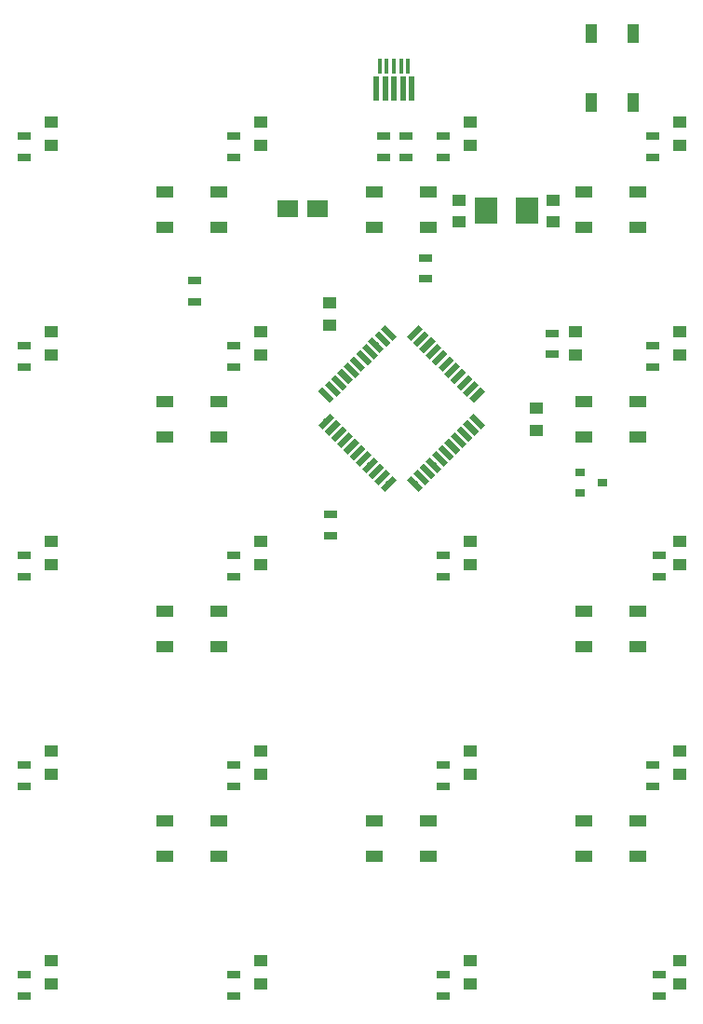
<source format=gbr>
G04 #@! TF.GenerationSoftware,KiCad,Pcbnew,(5.1.2)-1*
G04 #@! TF.CreationDate,2019-05-27T14:02:07+07:00*
G04 #@! TF.ProjectId,numpad,6e756d70-6164-42e6-9b69-6361645f7063,rev?*
G04 #@! TF.SameCoordinates,Original*
G04 #@! TF.FileFunction,Paste,Bot*
G04 #@! TF.FilePolarity,Positive*
%FSLAX46Y46*%
G04 Gerber Fmt 4.6, Leading zero omitted, Abs format (unit mm)*
G04 Created by KiCad (PCBNEW (5.1.2)-1) date 2019-05-27 14:02:07*
%MOMM*%
%LPD*%
G04 APERTURE LIST*
%ADD10R,1.950000X1.500000*%
%ADD11R,1.200000X1.000000*%
%ADD12R,0.500000X2.300000*%
%ADD13R,1.300000X0.700000*%
%ADD14C,0.550000*%
%ADD15C,0.100000*%
%ADD16R,0.400000X1.350000*%
%ADD17R,1.000000X1.700000*%
%ADD18R,1.250000X1.000000*%
%ADD19R,1.500000X1.000000*%
%ADD20R,2.000000X2.400000*%
%ADD21R,0.900000X0.800000*%
G04 APERTURE END LIST*
D10*
X65480766Y-36166373D03*
X62730766Y-36166373D03*
D11*
X41238146Y-28319333D03*
X41238146Y-30419333D03*
X41238146Y-49469333D03*
X41238146Y-47369333D03*
X41238146Y-66419333D03*
X41238146Y-68519333D03*
X41238146Y-85469333D03*
X41238146Y-87569333D03*
X41238146Y-106619333D03*
X41238146Y-104519333D03*
X60288146Y-30419333D03*
X60288146Y-28319333D03*
X60288146Y-49469333D03*
X60288146Y-47369333D03*
X60288146Y-68519333D03*
X60288146Y-66419333D03*
X60288146Y-85469333D03*
X60288146Y-87569333D03*
X60288146Y-106619333D03*
X60288146Y-104519333D03*
X79338146Y-30419333D03*
X79338146Y-28319333D03*
X88863146Y-47369333D03*
X88863146Y-49469333D03*
X79338146Y-66419333D03*
X79338146Y-68519333D03*
X79338146Y-85469333D03*
X79338146Y-87569333D03*
X79338146Y-106619333D03*
X79338146Y-104519333D03*
X98388146Y-28319333D03*
X98388146Y-30419333D03*
X98388146Y-49469333D03*
X98388146Y-47369333D03*
X98388146Y-66419333D03*
X98388146Y-68519333D03*
X98388146Y-85469333D03*
X98388146Y-87569333D03*
X98388146Y-106619333D03*
X98388146Y-104519333D03*
D12*
X74006326Y-25250433D03*
X73206326Y-25250433D03*
X72406326Y-25250433D03*
X71606326Y-25250433D03*
X70806326Y-25250433D03*
D13*
X38748146Y-31469333D03*
X38748146Y-29569333D03*
X38748146Y-50519333D03*
X38748146Y-48619333D03*
X38748146Y-69569333D03*
X38748146Y-67669333D03*
X38748146Y-86719333D03*
X38748146Y-88619333D03*
X38748146Y-105769333D03*
X38748146Y-107669333D03*
X57798146Y-29569333D03*
X57798146Y-31469333D03*
X57798146Y-48619333D03*
X57798146Y-50519333D03*
X57798146Y-67669333D03*
X57798146Y-69569333D03*
X57798146Y-88619333D03*
X57798146Y-86719333D03*
X57798146Y-107669333D03*
X57798146Y-105769333D03*
X76848146Y-31469333D03*
X76848146Y-29569333D03*
X76848146Y-69569333D03*
X76848146Y-67669333D03*
X76848146Y-86719333D03*
X76848146Y-88619333D03*
X76848146Y-105769333D03*
X76848146Y-107669333D03*
X95898146Y-29569333D03*
X95898146Y-31469333D03*
X95898146Y-48619333D03*
X95898146Y-50519333D03*
X96500000Y-69569333D03*
X96500000Y-67669333D03*
X95898146Y-88619333D03*
X95898146Y-86719333D03*
X96500000Y-105769333D03*
X96500000Y-107669333D03*
D14*
X66247390Y-53078351D03*
D15*
G36*
X65522606Y-52742475D02*
G01*
X65911514Y-52353567D01*
X66972174Y-53414227D01*
X66583266Y-53803135D01*
X65522606Y-52742475D01*
X65522606Y-52742475D01*
G37*
D14*
X66813076Y-52512666D03*
D15*
G36*
X66088292Y-52176790D02*
G01*
X66477200Y-51787882D01*
X67537860Y-52848542D01*
X67148952Y-53237450D01*
X66088292Y-52176790D01*
X66088292Y-52176790D01*
G37*
D14*
X67378761Y-51946981D03*
D15*
G36*
X66653977Y-51611105D02*
G01*
X67042885Y-51222197D01*
X68103545Y-52282857D01*
X67714637Y-52671765D01*
X66653977Y-51611105D01*
X66653977Y-51611105D01*
G37*
D14*
X67944446Y-51381295D03*
D15*
G36*
X67219662Y-51045419D02*
G01*
X67608570Y-50656511D01*
X68669230Y-51717171D01*
X68280322Y-52106079D01*
X67219662Y-51045419D01*
X67219662Y-51045419D01*
G37*
D14*
X68510132Y-50815610D03*
D15*
G36*
X67785348Y-50479734D02*
G01*
X68174256Y-50090826D01*
X69234916Y-51151486D01*
X68846008Y-51540394D01*
X67785348Y-50479734D01*
X67785348Y-50479734D01*
G37*
D14*
X69075817Y-50249924D03*
D15*
G36*
X68351033Y-49914048D02*
G01*
X68739941Y-49525140D01*
X69800601Y-50585800D01*
X69411693Y-50974708D01*
X68351033Y-49914048D01*
X68351033Y-49914048D01*
G37*
D14*
X69641503Y-49684239D03*
D15*
G36*
X68916719Y-49348363D02*
G01*
X69305627Y-48959455D01*
X70366287Y-50020115D01*
X69977379Y-50409023D01*
X68916719Y-49348363D01*
X68916719Y-49348363D01*
G37*
D14*
X70207188Y-49118553D03*
D15*
G36*
X69482404Y-48782677D02*
G01*
X69871312Y-48393769D01*
X70931972Y-49454429D01*
X70543064Y-49843337D01*
X69482404Y-48782677D01*
X69482404Y-48782677D01*
G37*
D14*
X70772874Y-48552868D03*
D15*
G36*
X70048090Y-48216992D02*
G01*
X70436998Y-47828084D01*
X71497658Y-48888744D01*
X71108750Y-49277652D01*
X70048090Y-48216992D01*
X70048090Y-48216992D01*
G37*
D14*
X71338559Y-47987183D03*
D15*
G36*
X70613775Y-47651307D02*
G01*
X71002683Y-47262399D01*
X72063343Y-48323059D01*
X71674435Y-48711967D01*
X70613775Y-47651307D01*
X70613775Y-47651307D01*
G37*
D14*
X71904244Y-47421497D03*
D15*
G36*
X71179460Y-47085621D02*
G01*
X71568368Y-46696713D01*
X72629028Y-47757373D01*
X72240120Y-48146281D01*
X71179460Y-47085621D01*
X71179460Y-47085621D01*
G37*
D14*
X74308408Y-47421497D03*
D15*
G36*
X74644284Y-46696713D02*
G01*
X75033192Y-47085621D01*
X73972532Y-48146281D01*
X73583624Y-47757373D01*
X74644284Y-46696713D01*
X74644284Y-46696713D01*
G37*
D14*
X74874093Y-47987183D03*
D15*
G36*
X75209969Y-47262399D02*
G01*
X75598877Y-47651307D01*
X74538217Y-48711967D01*
X74149309Y-48323059D01*
X75209969Y-47262399D01*
X75209969Y-47262399D01*
G37*
D14*
X75439778Y-48552868D03*
D15*
G36*
X75775654Y-47828084D02*
G01*
X76164562Y-48216992D01*
X75103902Y-49277652D01*
X74714994Y-48888744D01*
X75775654Y-47828084D01*
X75775654Y-47828084D01*
G37*
D14*
X76005464Y-49118553D03*
D15*
G36*
X76341340Y-48393769D02*
G01*
X76730248Y-48782677D01*
X75669588Y-49843337D01*
X75280680Y-49454429D01*
X76341340Y-48393769D01*
X76341340Y-48393769D01*
G37*
D14*
X76571149Y-49684239D03*
D15*
G36*
X76907025Y-48959455D02*
G01*
X77295933Y-49348363D01*
X76235273Y-50409023D01*
X75846365Y-50020115D01*
X76907025Y-48959455D01*
X76907025Y-48959455D01*
G37*
D14*
X77136835Y-50249924D03*
D15*
G36*
X77472711Y-49525140D02*
G01*
X77861619Y-49914048D01*
X76800959Y-50974708D01*
X76412051Y-50585800D01*
X77472711Y-49525140D01*
X77472711Y-49525140D01*
G37*
D14*
X77702520Y-50815610D03*
D15*
G36*
X78038396Y-50090826D02*
G01*
X78427304Y-50479734D01*
X77366644Y-51540394D01*
X76977736Y-51151486D01*
X78038396Y-50090826D01*
X78038396Y-50090826D01*
G37*
D14*
X78268206Y-51381295D03*
D15*
G36*
X78604082Y-50656511D02*
G01*
X78992990Y-51045419D01*
X77932330Y-52106079D01*
X77543422Y-51717171D01*
X78604082Y-50656511D01*
X78604082Y-50656511D01*
G37*
D14*
X78833891Y-51946981D03*
D15*
G36*
X79169767Y-51222197D02*
G01*
X79558675Y-51611105D01*
X78498015Y-52671765D01*
X78109107Y-52282857D01*
X79169767Y-51222197D01*
X79169767Y-51222197D01*
G37*
D14*
X79399576Y-52512666D03*
D15*
G36*
X79735452Y-51787882D02*
G01*
X80124360Y-52176790D01*
X79063700Y-53237450D01*
X78674792Y-52848542D01*
X79735452Y-51787882D01*
X79735452Y-51787882D01*
G37*
D14*
X79965262Y-53078351D03*
D15*
G36*
X80301138Y-52353567D02*
G01*
X80690046Y-52742475D01*
X79629386Y-53803135D01*
X79240478Y-53414227D01*
X80301138Y-52353567D01*
X80301138Y-52353567D01*
G37*
D14*
X79965262Y-55482515D03*
D15*
G36*
X79240478Y-55146639D02*
G01*
X79629386Y-54757731D01*
X80690046Y-55818391D01*
X80301138Y-56207299D01*
X79240478Y-55146639D01*
X79240478Y-55146639D01*
G37*
D14*
X79399576Y-56048200D03*
D15*
G36*
X78674792Y-55712324D02*
G01*
X79063700Y-55323416D01*
X80124360Y-56384076D01*
X79735452Y-56772984D01*
X78674792Y-55712324D01*
X78674792Y-55712324D01*
G37*
D14*
X78833891Y-56613885D03*
D15*
G36*
X78109107Y-56278009D02*
G01*
X78498015Y-55889101D01*
X79558675Y-56949761D01*
X79169767Y-57338669D01*
X78109107Y-56278009D01*
X78109107Y-56278009D01*
G37*
D14*
X78268206Y-57179571D03*
D15*
G36*
X77543422Y-56843695D02*
G01*
X77932330Y-56454787D01*
X78992990Y-57515447D01*
X78604082Y-57904355D01*
X77543422Y-56843695D01*
X77543422Y-56843695D01*
G37*
D14*
X77702520Y-57745256D03*
D15*
G36*
X76977736Y-57409380D02*
G01*
X77366644Y-57020472D01*
X78427304Y-58081132D01*
X78038396Y-58470040D01*
X76977736Y-57409380D01*
X76977736Y-57409380D01*
G37*
D14*
X77136835Y-58310942D03*
D15*
G36*
X76412051Y-57975066D02*
G01*
X76800959Y-57586158D01*
X77861619Y-58646818D01*
X77472711Y-59035726D01*
X76412051Y-57975066D01*
X76412051Y-57975066D01*
G37*
D14*
X76571149Y-58876627D03*
D15*
G36*
X75846365Y-58540751D02*
G01*
X76235273Y-58151843D01*
X77295933Y-59212503D01*
X76907025Y-59601411D01*
X75846365Y-58540751D01*
X75846365Y-58540751D01*
G37*
D14*
X76005464Y-59442313D03*
D15*
G36*
X75280680Y-59106437D02*
G01*
X75669588Y-58717529D01*
X76730248Y-59778189D01*
X76341340Y-60167097D01*
X75280680Y-59106437D01*
X75280680Y-59106437D01*
G37*
D14*
X75439778Y-60007998D03*
D15*
G36*
X74714994Y-59672122D02*
G01*
X75103902Y-59283214D01*
X76164562Y-60343874D01*
X75775654Y-60732782D01*
X74714994Y-59672122D01*
X74714994Y-59672122D01*
G37*
D14*
X74874093Y-60573683D03*
D15*
G36*
X74149309Y-60237807D02*
G01*
X74538217Y-59848899D01*
X75598877Y-60909559D01*
X75209969Y-61298467D01*
X74149309Y-60237807D01*
X74149309Y-60237807D01*
G37*
D14*
X74308408Y-61139369D03*
D15*
G36*
X73583624Y-60803493D02*
G01*
X73972532Y-60414585D01*
X75033192Y-61475245D01*
X74644284Y-61864153D01*
X73583624Y-60803493D01*
X73583624Y-60803493D01*
G37*
D14*
X71904244Y-61139369D03*
D15*
G36*
X72240120Y-60414585D02*
G01*
X72629028Y-60803493D01*
X71568368Y-61864153D01*
X71179460Y-61475245D01*
X72240120Y-60414585D01*
X72240120Y-60414585D01*
G37*
D14*
X71338559Y-60573683D03*
D15*
G36*
X71674435Y-59848899D02*
G01*
X72063343Y-60237807D01*
X71002683Y-61298467D01*
X70613775Y-60909559D01*
X71674435Y-59848899D01*
X71674435Y-59848899D01*
G37*
D14*
X70772874Y-60007998D03*
D15*
G36*
X71108750Y-59283214D02*
G01*
X71497658Y-59672122D01*
X70436998Y-60732782D01*
X70048090Y-60343874D01*
X71108750Y-59283214D01*
X71108750Y-59283214D01*
G37*
D14*
X70207188Y-59442313D03*
D15*
G36*
X70543064Y-58717529D02*
G01*
X70931972Y-59106437D01*
X69871312Y-60167097D01*
X69482404Y-59778189D01*
X70543064Y-58717529D01*
X70543064Y-58717529D01*
G37*
D14*
X69641503Y-58876627D03*
D15*
G36*
X69977379Y-58151843D02*
G01*
X70366287Y-58540751D01*
X69305627Y-59601411D01*
X68916719Y-59212503D01*
X69977379Y-58151843D01*
X69977379Y-58151843D01*
G37*
D14*
X69075817Y-58310942D03*
D15*
G36*
X69411693Y-57586158D02*
G01*
X69800601Y-57975066D01*
X68739941Y-59035726D01*
X68351033Y-58646818D01*
X69411693Y-57586158D01*
X69411693Y-57586158D01*
G37*
D14*
X68510132Y-57745256D03*
D15*
G36*
X68846008Y-57020472D02*
G01*
X69234916Y-57409380D01*
X68174256Y-58470040D01*
X67785348Y-58081132D01*
X68846008Y-57020472D01*
X68846008Y-57020472D01*
G37*
D14*
X67944446Y-57179571D03*
D15*
G36*
X68280322Y-56454787D02*
G01*
X68669230Y-56843695D01*
X67608570Y-57904355D01*
X67219662Y-57515447D01*
X68280322Y-56454787D01*
X68280322Y-56454787D01*
G37*
D14*
X67378761Y-56613885D03*
D15*
G36*
X67714637Y-55889101D02*
G01*
X68103545Y-56278009D01*
X67042885Y-57338669D01*
X66653977Y-56949761D01*
X67714637Y-55889101D01*
X67714637Y-55889101D01*
G37*
D14*
X66813076Y-56048200D03*
D15*
G36*
X67148952Y-55323416D02*
G01*
X67537860Y-55712324D01*
X66477200Y-56772984D01*
X66088292Y-56384076D01*
X67148952Y-55323416D01*
X67148952Y-55323416D01*
G37*
D14*
X66247390Y-55482515D03*
D15*
G36*
X66583266Y-54757731D02*
G01*
X66972174Y-55146639D01*
X65911514Y-56207299D01*
X65522606Y-55818391D01*
X66583266Y-54757731D01*
X66583266Y-54757731D01*
G37*
D16*
X73695426Y-23222973D03*
X73045426Y-23222973D03*
X72395426Y-23222973D03*
X71745426Y-23222973D03*
X71095426Y-23222973D03*
D17*
X90366326Y-20230433D03*
X90366326Y-26530433D03*
X94166326Y-20230433D03*
X94166326Y-26530433D03*
D18*
X86841306Y-37356873D03*
X86841306Y-35356873D03*
X85316326Y-56310433D03*
X85316326Y-54310433D03*
X78314526Y-37356873D03*
X78314526Y-35356873D03*
X66574646Y-46714233D03*
X66574646Y-44714233D03*
D19*
X51531326Y-37865433D03*
X51531326Y-34665433D03*
X56431326Y-37865433D03*
X56431326Y-34665433D03*
X51531326Y-56915433D03*
X51531326Y-53715433D03*
X56431326Y-56915433D03*
X56431326Y-53715433D03*
X75481326Y-34665433D03*
X75481326Y-37865433D03*
X70581326Y-34665433D03*
X70581326Y-37865433D03*
X56431326Y-72765433D03*
X56431326Y-75965433D03*
X51531326Y-72765433D03*
X51531326Y-75965433D03*
X89631326Y-37865433D03*
X89631326Y-34665433D03*
X94531326Y-37865433D03*
X94531326Y-34665433D03*
X51531326Y-95015433D03*
X51531326Y-91815433D03*
X56431326Y-95015433D03*
X56431326Y-91815433D03*
X89631326Y-56915433D03*
X89631326Y-53715433D03*
X94531326Y-56915433D03*
X94531326Y-53715433D03*
X75481326Y-91815433D03*
X75481326Y-95015433D03*
X70581326Y-91815433D03*
X70581326Y-95015433D03*
X94531326Y-72765433D03*
X94531326Y-75965433D03*
X89631326Y-72765433D03*
X89631326Y-75965433D03*
X94531326Y-91815433D03*
X94531326Y-95015433D03*
X89631326Y-91815433D03*
X89631326Y-95015433D03*
D13*
X71481926Y-29569333D03*
X71481926Y-31469333D03*
X73485986Y-31469333D03*
X73485986Y-29569333D03*
D20*
X84467286Y-36356873D03*
X80767286Y-36356873D03*
D13*
X75256326Y-42540433D03*
X75256326Y-40640433D03*
X66626326Y-65860433D03*
X66626326Y-63960433D03*
X86746326Y-49380433D03*
X86746326Y-47480433D03*
X54256326Y-44580433D03*
X54256326Y-42680433D03*
D21*
X89328146Y-61979333D03*
X89328146Y-60079333D03*
X91328146Y-61029333D03*
M02*

</source>
